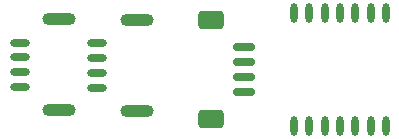
<source format=gbp>
%FSLAX44Y44*%
%MOMM*%
G71*
G01*
G75*
G04 Layer_Color=128*
%ADD10C,1.0000*%
%ADD11R,0.6000X0.5000*%
G04:AMPARAMS|DCode=12|XSize=0.508mm|YSize=0.6096mm|CornerRadius=0.127mm|HoleSize=0mm|Usage=FLASHONLY|Rotation=0.000|XOffset=0mm|YOffset=0mm|HoleType=Round|Shape=RoundedRectangle|*
%AMROUNDEDRECTD12*
21,1,0.5080,0.3556,0,0,0.0*
21,1,0.2540,0.6096,0,0,0.0*
1,1,0.2540,0.1270,-0.1778*
1,1,0.2540,-0.1270,-0.1778*
1,1,0.2540,-0.1270,0.1778*
1,1,0.2540,0.1270,0.1778*
%
%ADD12ROUNDEDRECTD12*%
%ADD13P,1.7321X8X22.5*%
G04:AMPARAMS|DCode=14|XSize=0.508mm|YSize=0.6096mm|CornerRadius=0.127mm|HoleSize=0mm|Usage=FLASHONLY|Rotation=270.000|XOffset=0mm|YOffset=0mm|HoleType=Round|Shape=RoundedRectangle|*
%AMROUNDEDRECTD14*
21,1,0.5080,0.3556,0,0,270.0*
21,1,0.2540,0.6096,0,0,270.0*
1,1,0.2540,-0.1778,-0.1270*
1,1,0.2540,-0.1778,0.1270*
1,1,0.2540,0.1778,0.1270*
1,1,0.2540,0.1778,-0.1270*
%
%ADD14ROUNDEDRECTD14*%
G04:AMPARAMS|DCode=15|XSize=0.7112mm|YSize=1.3208mm|CornerRadius=0.1778mm|HoleSize=0mm|Usage=FLASHONLY|Rotation=0.000|XOffset=0mm|YOffset=0mm|HoleType=Round|Shape=RoundedRectangle|*
%AMROUNDEDRECTD15*
21,1,0.7112,0.9652,0,0,0.0*
21,1,0.3556,1.3208,0,0,0.0*
1,1,0.3556,0.1778,-0.4826*
1,1,0.3556,-0.1778,-0.4826*
1,1,0.3556,-0.1778,0.4826*
1,1,0.3556,0.1778,0.4826*
%
%ADD15ROUNDEDRECTD15*%
G04:AMPARAMS|DCode=16|XSize=0.275mm|YSize=0.275mm|CornerRadius=0.0688mm|HoleSize=0mm|Usage=FLASHONLY|Rotation=90.000|XOffset=0mm|YOffset=0mm|HoleType=Round|Shape=RoundedRectangle|*
%AMROUNDEDRECTD16*
21,1,0.2750,0.1375,0,0,90.0*
21,1,0.1375,0.2750,0,0,90.0*
1,1,0.1375,0.0688,0.0688*
1,1,0.1375,0.0688,-0.0688*
1,1,0.1375,-0.0688,-0.0688*
1,1,0.1375,-0.0688,0.0688*
%
%ADD16ROUNDEDRECTD16*%
G04:AMPARAMS|DCode=17|XSize=0.275mm|YSize=0.275mm|CornerRadius=0.0688mm|HoleSize=0mm|Usage=FLASHONLY|Rotation=180.000|XOffset=0mm|YOffset=0mm|HoleType=Round|Shape=RoundedRectangle|*
%AMROUNDEDRECTD17*
21,1,0.2750,0.1375,0,0,180.0*
21,1,0.1375,0.2750,0,0,180.0*
1,1,0.1375,-0.0688,0.0688*
1,1,0.1375,0.0688,0.0688*
1,1,0.1375,0.0688,-0.0688*
1,1,0.1375,-0.0688,-0.0688*
%
%ADD17ROUNDEDRECTD17*%
%ADD18R,0.6096X0.5080*%
%ADD19R,0.5000X0.6000*%
%ADD20R,1.0000X0.6000*%
%ADD21R,0.8500X0.3000*%
%ADD22R,1.3000X2.0000*%
%ADD23R,0.4000X0.4000*%
%ADD24R,0.6000X0.5500*%
%ADD25R,1.4000X1.2000*%
%ADD26R,3.4500X3.4500*%
%ADD27O,0.3000X0.6000*%
%ADD28O,0.6000X0.3000*%
%ADD29C,0.1270*%
%ADD30C,0.2540*%
%ADD31C,0.3000*%
%ADD32C,1.5240*%
%ADD33C,0.4500*%
G04:AMPARAMS|DCode=34|XSize=0.7mm|YSize=1.8mm|CornerRadius=0.175mm|HoleSize=0mm|Usage=FLASHONLY|Rotation=270.000|XOffset=0mm|YOffset=0mm|HoleType=Round|Shape=RoundedRectangle|*
%AMROUNDEDRECTD34*
21,1,0.7000,1.4500,0,0,270.0*
21,1,0.3500,1.8000,0,0,270.0*
1,1,0.3500,-0.7250,-0.1750*
1,1,0.3500,-0.7250,0.1750*
1,1,0.3500,0.7250,0.1750*
1,1,0.3500,0.7250,-0.1750*
%
%ADD34ROUNDEDRECTD34*%
G04:AMPARAMS|DCode=35|XSize=1.6mm|YSize=2.2mm|CornerRadius=0.4mm|HoleSize=0mm|Usage=FLASHONLY|Rotation=270.000|XOffset=0mm|YOffset=0mm|HoleType=Round|Shape=RoundedRectangle|*
%AMROUNDEDRECTD35*
21,1,1.6000,1.4000,0,0,270.0*
21,1,0.8000,2.2000,0,0,270.0*
1,1,0.8000,-0.7000,-0.4000*
1,1,0.8000,-0.7000,0.4000*
1,1,0.8000,0.7000,0.4000*
1,1,0.8000,0.7000,-0.4000*
%
%ADD35ROUNDEDRECTD35*%
%ADD36O,0.6000X1.6500*%
G04:AMPARAMS|DCode=37|XSize=0.6096mm|YSize=1.7018mm|CornerRadius=0.3048mm|HoleSize=0mm|Usage=FLASHONLY|Rotation=270.000|XOffset=0mm|YOffset=0mm|HoleType=Round|Shape=RoundedRectangle|*
%AMROUNDEDRECTD37*
21,1,0.6096,1.0922,0,0,270.0*
21,1,0.0000,1.7018,0,0,270.0*
1,1,0.6096,-0.5461,0.0000*
1,1,0.6096,-0.5461,0.0000*
1,1,0.6096,0.5461,0.0000*
1,1,0.6096,0.5461,0.0000*
%
%ADD37ROUNDEDRECTD37*%
G04:AMPARAMS|DCode=38|XSize=2.8194mm|YSize=1.016mm|CornerRadius=0.508mm|HoleSize=0mm|Usage=FLASHONLY|Rotation=180.000|XOffset=0mm|YOffset=0mm|HoleType=Round|Shape=RoundedRectangle|*
%AMROUNDEDRECTD38*
21,1,2.8194,0.0000,0,0,180.0*
21,1,1.8034,1.0160,0,0,180.0*
1,1,1.0160,-0.9017,0.0000*
1,1,1.0160,0.9017,0.0000*
1,1,1.0160,0.9017,0.0000*
1,1,1.0160,-0.9017,0.0000*
%
%ADD38ROUNDEDRECTD38*%
%ADD39C,0.2500*%
%ADD40C,0.3000*%
%ADD41C,0.1000*%
%ADD42C,0.3000*%
%ADD43C,0.1524*%
%ADD44C,0.7620*%
%ADD45C,0.2000*%
%ADD46R,0.1524X0.5049*%
%ADD47R,0.5049X0.1524*%
%ADD48R,0.6048X0.1524*%
%ADD49R,0.4500X0.4500*%
%ADD50R,0.4500X0.4500*%
%ADD51R,0.4500X0.4500*%
%ADD52R,0.4500X0.4500*%
%ADD53C,1.2032*%
%ADD54R,0.8032X0.7032*%
%ADD55P,1.9520X8X22.5*%
G04:AMPARAMS|DCode=56|XSize=0.4782mm|YSize=0.4782mm|CornerRadius=0.1704mm|HoleSize=0mm|Usage=FLASHONLY|Rotation=90.000|XOffset=0mm|YOffset=0mm|HoleType=Round|Shape=RoundedRectangle|*
%AMROUNDEDRECTD56*
21,1,0.4782,0.1375,0,0,90.0*
21,1,0.1375,0.4782,0,0,90.0*
1,1,0.3407,0.0688,0.0688*
1,1,0.3407,0.0688,-0.0688*
1,1,0.3407,-0.0688,-0.0688*
1,1,0.3407,-0.0688,0.0688*
%
%ADD56ROUNDEDRECTD56*%
G04:AMPARAMS|DCode=57|XSize=0.4782mm|YSize=0.4782mm|CornerRadius=0.1704mm|HoleSize=0mm|Usage=FLASHONLY|Rotation=180.000|XOffset=0mm|YOffset=0mm|HoleType=Round|Shape=RoundedRectangle|*
%AMROUNDEDRECTD57*
21,1,0.4782,0.1375,0,0,180.0*
21,1,0.1375,0.4782,0,0,180.0*
1,1,0.3407,-0.0688,0.0688*
1,1,0.3407,0.0688,0.0688*
1,1,0.3407,0.0688,-0.0688*
1,1,0.3407,-0.0688,-0.0688*
%
%ADD57ROUNDEDRECTD57*%
%ADD58R,0.8128X0.7112*%
%ADD59R,0.7032X0.8032*%
%ADD60R,1.2032X0.8032*%
%ADD61R,1.0532X0.5032*%
%ADD62R,1.5032X2.2032*%
%ADD63R,0.6032X0.6032*%
%ADD64R,0.8032X0.7532*%
%ADD65R,1.6032X1.4032*%
%ADD66R,3.6532X3.6532*%
%ADD67O,0.5032X0.8032*%
%ADD68O,0.8032X0.5032*%
%ADD69C,0.6532*%
G04:AMPARAMS|DCode=70|XSize=0.9032mm|YSize=2.0032mm|CornerRadius=0.2766mm|HoleSize=0mm|Usage=FLASHONLY|Rotation=270.000|XOffset=0mm|YOffset=0mm|HoleType=Round|Shape=RoundedRectangle|*
%AMROUNDEDRECTD70*
21,1,0.9032,1.4500,0,0,270.0*
21,1,0.3500,2.0032,0,0,270.0*
1,1,0.5532,-0.7250,-0.1750*
1,1,0.5532,-0.7250,0.1750*
1,1,0.5532,0.7250,0.1750*
1,1,0.5532,0.7250,-0.1750*
%
%ADD70ROUNDEDRECTD70*%
G04:AMPARAMS|DCode=71|XSize=1.8032mm|YSize=2.4032mm|CornerRadius=0.5016mm|HoleSize=0mm|Usage=FLASHONLY|Rotation=270.000|XOffset=0mm|YOffset=0mm|HoleType=Round|Shape=RoundedRectangle|*
%AMROUNDEDRECTD71*
21,1,1.8032,1.4000,0,0,270.0*
21,1,0.8000,2.4032,0,0,270.0*
1,1,1.0032,-0.7000,-0.4000*
1,1,1.0032,-0.7000,0.4000*
1,1,1.0032,0.7000,0.4000*
1,1,1.0032,0.7000,-0.4000*
%
%ADD71ROUNDEDRECTD71*%
%ADD72O,0.8032X1.8532*%
G04:AMPARAMS|DCode=73|XSize=0.8128mm|YSize=1.905mm|CornerRadius=0.4064mm|HoleSize=0mm|Usage=FLASHONLY|Rotation=270.000|XOffset=0mm|YOffset=0mm|HoleType=Round|Shape=RoundedRectangle|*
%AMROUNDEDRECTD73*
21,1,0.8128,1.0922,0,0,270.0*
21,1,0.0000,1.9050,0,0,270.0*
1,1,0.8128,-0.5461,0.0000*
1,1,0.8128,-0.5461,0.0000*
1,1,0.8128,0.5461,0.0000*
1,1,0.8128,0.5461,0.0000*
%
%ADD73ROUNDEDRECTD73*%
G04:AMPARAMS|DCode=74|XSize=3.0226mm|YSize=1.2192mm|CornerRadius=0.6096mm|HoleSize=0mm|Usage=FLASHONLY|Rotation=180.000|XOffset=0mm|YOffset=0mm|HoleType=Round|Shape=RoundedRectangle|*
%AMROUNDEDRECTD74*
21,1,3.0226,0.0000,0,0,180.0*
21,1,1.8034,1.2192,0,0,180.0*
1,1,1.2192,-0.9017,0.0000*
1,1,1.2192,0.9017,0.0000*
1,1,1.2192,0.9017,0.0000*
1,1,1.2192,-0.9017,0.0000*
%
%ADD74ROUNDEDRECTD74*%
%ADD75C,1.7272*%
D34*
X521776Y385780D02*
D03*
Y373280D02*
D03*
Y348280D02*
D03*
Y360780D02*
D03*
D35*
X493776Y324780D02*
D03*
Y409280D02*
D03*
D36*
X564250Y415284D02*
D03*
X577250D02*
D03*
X590250D02*
D03*
X603250D02*
D03*
X616250D02*
D03*
X629250D02*
D03*
X642250D02*
D03*
X564250Y319284D02*
D03*
X577250D02*
D03*
X590250D02*
D03*
X603250D02*
D03*
X616250D02*
D03*
X629250D02*
D03*
X642250D02*
D03*
D37*
X331834Y352344D02*
D03*
Y364844D02*
D03*
Y377444D02*
D03*
Y389890D02*
D03*
X397620Y389128D02*
D03*
Y376682D02*
D03*
Y364082D02*
D03*
Y351582D02*
D03*
D38*
X365334Y332844D02*
D03*
Y409448D02*
D03*
X431120Y408686D02*
D03*
Y332082D02*
D03*
M02*

</source>
